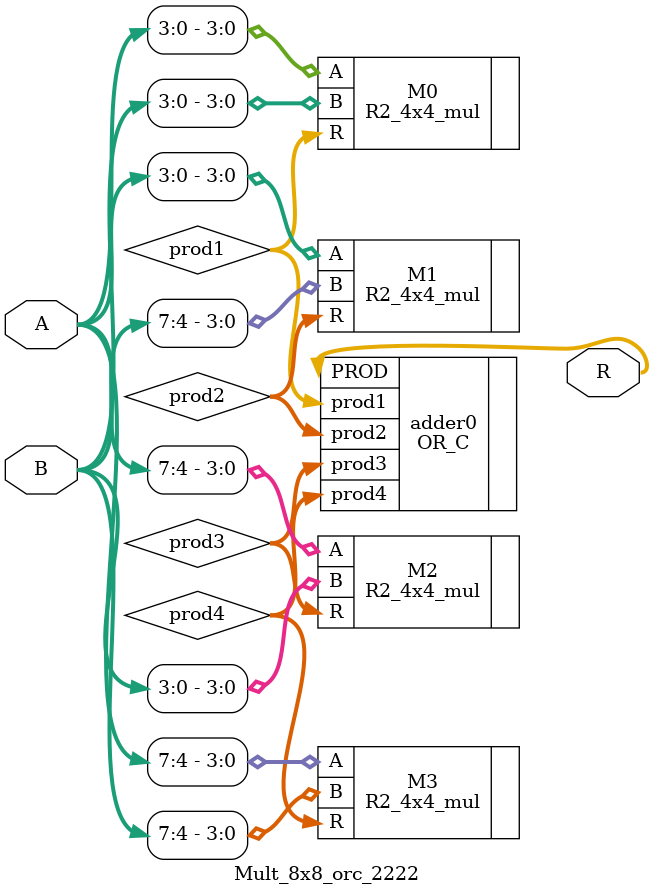
<source format=v>
module Mult_8x8_orc_2222(
input [7:0] A,
input [7:0] B,
output [15:0]R
);
wire [7:0]prod1;
wire [7:0]prod2;
wire [7:0]prod3;
wire [7:0]prod4;

R2_4x4_mul M0(.A(A[3:0]),.B(B[3:0]),.R(prod1));
R2_4x4_mul M1(.A(A[3:0]),.B(B[7:4]),.R(prod2));
R2_4x4_mul M2(.A(A[7:4]),.B(B[3:0]),.R(prod3));
R2_4x4_mul M3(.A(A[7:4]),.B(B[7:4]),.R(prod4));
OR_C adder0(.prod1(prod1),.prod2(prod2),.prod3(prod3),.prod4(prod4),.PROD(R));
endmodule

</source>
